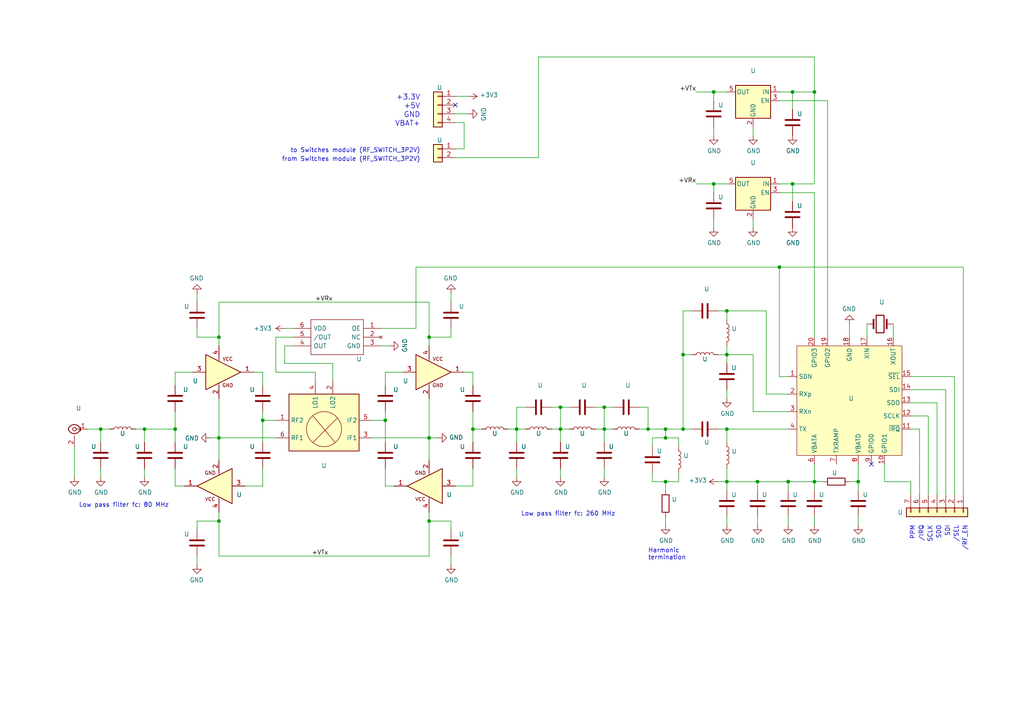
<source format=kicad_sch>
(kicad_sch (version 20220404) (generator eeschema)
  (paper "A4")
  (lib_symbols
    (symbol "RCTX-rescue:Conn_01x02-conn" (pin_names (offset 1.016) hide)
      (property "Reference" "J" (at 0 2.54 0))
      (property "Value" "Conn_01x02-conn" (at 0 -5.08 0))
      (symbol "Conn_01x02-conn_1_1"
        (rectangle (start -1.27 -2.413) (end 0 -2.667) (stroke (width 0.1524)))
        (rectangle (start -1.27 0.127) (end 0 -0.127) (stroke (width 0.1524)))
        (rectangle (start -1.27 1.27) (end 1.27 -3.81) (stroke (width 0.254)) (fill (type background)))
        (pin passive line (at -5.08 0 0) (length 3.81) (name "Pin_1") (number "1"))
        (pin passive line (at -5.08 -2.54 0) (length 3.81) (name "Pin_2") (number "2"))
      )
    )
    (symbol "RCTX-rescue:Conn_01x04-conn" (pin_names (offset 1.016) hide)
      (property "Reference" "J" (at 0 5.08 0))
      (property "Value" "Conn_01x04-conn" (at 0 -7.62 0))
      (symbol "Conn_01x04-conn_1_1"
        (rectangle (start -1.27 -4.953) (end 0 -5.207) (stroke (width 0.1524)))
        (rectangle (start -1.27 -2.413) (end 0 -2.667) (stroke (width 0.1524)))
        (rectangle (start -1.27 0.127) (end 0 -0.127) (stroke (width 0.1524)))
        (rectangle (start -1.27 2.667) (end 0 2.413) (stroke (width 0.1524)))
        (rectangle (start -1.27 3.81) (end 1.27 -6.35) (stroke (width 0.254)) (fill (type background)))
        (pin passive line (at -5.08 2.54 0) (length 3.81) (name "Pin_1") (number "1"))
        (pin passive line (at -5.08 0 0) (length 3.81) (name "Pin_2") (number "2"))
        (pin passive line (at -5.08 -2.54 0) (length 3.81) (name "Pin_3") (number "3"))
        (pin passive line (at -5.08 -5.08 0) (length 3.81) (name "Pin_4") (number "4"))
      )
    )
    (symbol "RF:Si4464"
      (property "Reference" "U" (at 0 1.27 0))
      (property "Value" "RF_Si4464" (at 0 -1.27 0))
      (symbol "Si4464_0_1"
        (rectangle (start -15.24 16.51) (end 15.24 -15.24) (fill (type background)))
        (rectangle (start 20.32 -15.24) (end 20.32 -15.24))
      )
      (symbol "Si4464_1_1"
        (pin input line (at -17.78 7.62 0) (length 2.54) (name "SDN") (number "1"))
        (pin bidirectional line (at 10.16 -17.78 90) (length 2.54) (name "GPIO1") (number "10"))
        (pin open_collector line (at 17.78 -7.62 180) (length 2.54) (name "~{IRQ}") (number "11"))
        (pin input line (at 17.78 -3.81 180) (length 2.54) (name "SCLK") (number "12"))
        (pin output line (at 17.78 0 180) (length 2.54) (name "SDO") (number "13"))
        (pin input line (at 17.78 3.81 180) (length 2.54) (name "SDI") (number "14"))
        (pin input line (at 17.78 7.62 180) (length 2.54) (name "~{SEL}") (number "15"))
        (pin passive line (at 12.7 19.05 270) (length 2.54) (name "XOUT") (number "16"))
        (pin input line (at 5.08 19.05 270) (length 2.54) (name "XIN") (number "17"))
        (pin power_in line (at 0 19.05 270) (length 2.54) (name "GND") (number "18"))
        (pin bidirectional line (at -6.35 19.05 270) (length 2.54) (name "GPIO2") (number "19"))
        (pin input line (at -17.78 2.54 0) (length 2.54) (name "RXp") (number "2"))
        (pin bidirectional line (at -10.16 19.05 270) (length 2.54) (name "GPIO3") (number "20"))
        (pin power_in line (at 0 19.05 270) (length 2.54) hide (name "GND") (number "21"))
        (pin input line (at -17.78 -2.54 0) (length 2.54) (name "RXn") (number "3"))
        (pin output line (at -17.78 -7.62 0) (length 2.54) (name "TX") (number "4"))
        (pin no_connect line (at -17.78 -12.7 0) (length 2.54) hide (name "NC") (number "5"))
        (pin power_in line (at -10.16 -17.78 90) (length 2.54) (name "VBATA") (number "6"))
        (pin output line (at -3.81 -17.78 90) (length 2.54) (name "TXRAMP") (number "7"))
        (pin power_in line (at 2.54 -17.78 90) (length 2.54) (name "VBATD") (number "8"))
        (pin bidirectional line (at 6.35 -17.78 90) (length 2.54) (name "GPIO0") (number "9"))
      )
    )
    (symbol "RF_Mixer:ADE-1+"
      (property "Reference" "U" (at -8.89 7.62 0))
      (property "Value" "RF_Mixer_ADE-1+" (at 6.35 7.62 0))
      (symbol "ADE-1+_0_1"
        (rectangle (start -10.16 6.35) (end 10.16 -10.16) (stroke (width 0.254)) (fill (type background)))
        (polyline (pts (xy -3.175 -3.81) (xy 3.175 3.81)))
        (polyline (pts (xy 3.81 -3.175) (xy -3.175 3.81)))
        (circle (center 0 0) (radius 5.08))
      )
      (symbol "ADE-1+_1_1"
        (pin bidirectional line (at -13.97 -2.54 0) (length 3.81) (name "RF2") (number "1"))
        (pin bidirectional line (at 2.54 -13.97 90) (length 3.81) (name "LO2") (number "2"))
        (pin input line (at 13.97 2.54 180) (length 3.81) (name "IF1") (number "3"))
        (pin bidirectional line (at -2.54 -13.97 90) (length 3.81) (name "LO1") (number "4"))
        (pin bidirectional line (at 13.97 -2.54 180) (length 3.81) (name "IF2") (number "5"))
        (pin bidirectional line (at -13.97 2.54 0) (length 3.81) (name "RF1") (number "6"))
      )
    )
    (symbol "Si500D:Si500D" (pin_names (offset 0.762))
      (property "Reference" "Y" (at -1.27 6.35 0))
      (property "Value" "Si500D_Si500D" (at -2.54 -6.35 0))
      (symbol "Si500D_0_0"
        (pin passive line (at -12.7 2.54 0) (length 5.08) (name "OE") (number "1"))
        (pin no_connect line (at -12.7 0 0) (length 5.08) (name "NC") (number "2"))
        (pin passive line (at -12.7 -2.54 0) (length 5.08) (name "GND") (number "3"))
        (pin passive line (at 12.7 -2.54 180) (length 5.08) (name "OUT") (number "4"))
        (pin passive line (at 12.7 0 180) (length 5.08) (name "/OUT") (number "5"))
        (pin passive line (at 12.7 2.54 180) (length 5.08) (name "VDD") (number "6"))
      )
      (symbol "Si500D_0_1"
        (polyline (pts (xy -7.62 5.08) (xy 7.62 5.08) (xy 7.62 -5.08) (xy -7.62 -5.08) (xy -7.62 5.08)) (stroke (width 0.1524)))
      )
    )
    (symbol "conn:Conn_01x07" (pin_names (offset 1.016) hide)
      (property "Reference" "J" (at 0 10.16 0))
      (property "Value" "conn_Conn_01x07" (at 0 -10.16 0))
      (symbol "Conn_01x07_1_1"
        (rectangle (start -1.27 -7.493) (end 0 -7.747) (stroke (width 0.1524)))
        (rectangle (start -1.27 -4.953) (end 0 -5.207) (stroke (width 0.1524)))
        (rectangle (start -1.27 -2.413) (end 0 -2.667) (stroke (width 0.1524)))
        (rectangle (start -1.27 0.127) (end 0 -0.127) (stroke (width 0.1524)))
        (rectangle (start -1.27 2.667) (end 0 2.413) (stroke (width 0.1524)))
        (rectangle (start -1.27 5.207) (end 0 4.953) (stroke (width 0.1524)))
        (rectangle (start -1.27 7.747) (end 0 7.493) (stroke (width 0.1524)))
        (rectangle (start -1.27 8.89) (end 1.27 -8.89) (stroke (width 0.254)) (fill (type background)))
        (pin passive line (at -5.08 7.62 0) (length 3.81) (name "Pin_1") (number "1"))
        (pin passive line (at -5.08 5.08 0) (length 3.81) (name "Pin_2") (number "2"))
        (pin passive line (at -5.08 2.54 0) (length 3.81) (name "Pin_3") (number "3"))
        (pin passive line (at -5.08 0 0) (length 3.81) (name "Pin_4") (number "4"))
        (pin passive line (at -5.08 -2.54 0) (length 3.81) (name "Pin_5") (number "5"))
        (pin passive line (at -5.08 -5.08 0) (length 3.81) (name "Pin_6") (number "6"))
        (pin passive line (at -5.08 -7.62 0) (length 3.81) (name "Pin_7") (number "7"))
      )
    )
    (symbol "conn:Conn_Coaxial" (pin_names (offset 1.016) hide)
      (property "Reference" "J" (at 0.254 3.048 0))
      (property "Value" "conn_Conn_Coaxial" (at 2.921 0 90))
      (symbol "Conn_Coaxial_0_1"
        (arc (start -1.778 0.508) (mid -0.3074 -1.782) (end 1.778 0) (stroke (width 0.254)))
        (polyline (pts (xy -1.27 0) (xy -0.508 0)))
        (polyline (pts (xy 0 -2.54) (xy 0 -1.778)))
        (circle (center 0 0) (radius 0.508) (stroke (width 0.2032)))
        (arc (start 1.778 0) (mid -0.2789 1.7855) (end -1.778 -0.508) (stroke (width 0.254)))
      )
      (symbol "Conn_Coaxial_1_1"
        (pin passive line (at -3.81 0 0) (length 2.54) (name "In") (number "1"))
        (pin passive line (at 0 -5.08 90) (length 2.54) (name "Ext") (number "2"))
      )
    )
    (symbol "device:C" (pin_numbers hide) (pin_names (offset 0.254))
      (property "Reference" "C" (at 0.635 2.54 0))
      (property "Value" "device_C" (at 0.635 -2.54 0))
      (symbol "C_0_1"
        (polyline (pts (xy -2.032 -0.762) (xy 2.032 -0.762)) (stroke (width 0.508)))
        (polyline (pts (xy -2.032 0.762) (xy 2.032 0.762)) (stroke (width 0.508)))
      )
      (symbol "C_1_1"
        (pin passive line (at 0 3.81 270) (length 2.794) (name "~") (number "1"))
        (pin passive line (at 0 -3.81 90) (length 2.794) (name "~") (number "2"))
      )
    )
    (symbol "device:Crystal" (pin_numbers hide) (pin_names (offset 1.016) hide)
      (property "Reference" "Y" (at 0 3.81 0))
      (property "Value" "device_Crystal" (at 0 -3.81 0))
      (symbol "Crystal_0_1"
        (rectangle (start -1.143 2.54) (end 1.143 -2.54) (stroke (width 0.3048)))
        (polyline (pts (xy -2.54 0) (xy -1.905 0)))
        (polyline (pts (xy -1.905 -1.27) (xy -1.905 1.27)) (stroke (width 0.508)))
        (polyline (pts (xy 1.905 -1.27) (xy 1.905 1.27)) (stroke (width 0.508)))
        (polyline (pts (xy 2.54 0) (xy 1.905 0)))
      )
      (symbol "Crystal_1_1"
        (pin passive line (at -3.81 0 0) (length 1.27) (name "1") (number "1"))
        (pin passive line (at 3.81 0 180) (length 1.27) (name "2") (number "2"))
      )
    )
    (symbol "device:L" (pin_numbers hide) (pin_names (offset 1.016) hide)
      (property "Reference" "L" (at -1.27 0 90))
      (property "Value" "device_L" (at 1.905 0 90))
      (symbol "L_0_1"
        (arc (start 0 -2.54) (mid 0.6323 -1.905) (end 0 -1.27))
        (arc (start 0 -1.27) (mid 0.6323 -0.635) (end 0 0))
        (arc (start 0 0) (mid 0.6323 0.635) (end 0 1.27))
        (arc (start 0 1.27) (mid 0.6323 1.905) (end 0 2.54))
      )
      (symbol "L_1_1"
        (pin passive line (at 0 3.81 270) (length 1.27) (name "1") (number "1"))
        (pin passive line (at 0 -3.81 90) (length 1.27) (name "2") (number "2"))
      )
    )
    (symbol "device:R" (pin_numbers hide) (pin_names (offset 0))
      (property "Reference" "R" (at 2.032 0 90))
      (property "Value" "device_R" (at 0 0 90))
      (symbol "R_0_1"
        (rectangle (start -1.016 -2.54) (end 1.016 2.54) (stroke (width 0.254)))
      )
      (symbol "R_1_1"
        (pin passive line (at 0 3.81 270) (length 1.27) (name "~") (number "1"))
        (pin passive line (at 0 -3.81 90) (length 1.27) (name "~") (number "2"))
      )
    )
    (symbol "maxim_1:MAX2650" (pin_names (offset 1.016))
      (property "Reference" "U" (at 0 12.7 0))
      (property "Value" "maxim_1_MAX2650" (at 0 10.16 0))
      (symbol "MAX2650_0_0"
        (text "GND" (at 2.54 -3.81 0) (effects (font (size 1.016 1.016))))
        (text "VCC" (at 2.54 3.81 0) (effects (font (size 1.016 1.016))))
      )
      (symbol "MAX2650_0_1"
        (polyline (pts (xy 0 -3.81) (xy 0 -3.175)))
        (polyline (pts (xy 0 3.81) (xy 0 3.175)))
      )
      (symbol "MAX2650_1_1"
        (polyline (pts (xy -3.81 5.08) (xy -3.81 -5.08) (xy 6.35 0) (xy -3.81 5.08)) (stroke (width 0.254)) (fill (type background)))
        (pin input line (at 10.16 0 180) (length 3.81) (name "OUT") (number "1"))
        (pin power_in line (at 0 -7.62 90) (length 3.81) (name "GND") (number "2"))
        (pin input line (at -7.62 0 0) (length 3.81) (name "IN") (number "3"))
        (pin power_in line (at 0 7.62 270) (length 3.81) (name "VCC") (number "4"))
      )
    )
    (symbol "power:+3.3V" (power) (pin_names (offset 0))
      (property "Value" "power_+3.3V" (at 0 3.556 0))
      (symbol "+3.3V_0_1"
        (polyline (pts (xy -0.762 1.27) (xy 0 2.54)))
        (polyline (pts (xy 0 0) (xy 0 2.54)))
        (polyline (pts (xy 0 2.54) (xy 0.762 1.27)))
      )
      (symbol "+3.3V_1_1"
        (pin power_in line (at 0 0 90) (length 0) hide (name "+3V3") (number "1"))
      )
    )
    (symbol "power:GND" (power) (pin_names (offset 0))
      (property "Value" "power_GND" (at 0 -3.81 0))
      (symbol "GND_0_1"
        (polyline (pts (xy 0 0) (xy 0 -1.27) (xy 1.27 -1.27) (xy 0 -2.54) (xy -1.27 -1.27) (xy 0 -1.27)))
      )
      (symbol "GND_1_1"
        (pin power_in line (at 0 0 270) (length 0) hide (name "GND") (number "1"))
      )
    )
    (symbol "regul:TLV70245_SOT23-5" (pin_names (offset 0.254))
      (property "Reference" "U" (at -3.81 5.715 0))
      (property "Value" "regul_TLV70245_SOT23-5" (at 0 5.715 0))
      (symbol "TLV70245_SOT23-5_0_1"
        (rectangle (start -5.08 4.445) (end 5.08 -5.08) (stroke (width 0.254)) (fill (type background)))
      )
      (symbol "TLV70245_SOT23-5_1_1"
        (pin power_in line (at -7.62 2.54 0) (length 2.54) (name "IN") (number "1"))
        (pin power_in line (at 0 -7.62 90) (length 2.54) (name "GND") (number "2"))
        (pin input line (at -7.62 0 0) (length 2.54) (name "EN") (number "3"))
        (pin no_connect line (at 7.62 0 180) (length 2.54) hide (name "NC") (number "4"))
        (pin power_out line (at 7.62 2.54 180) (length 2.54) (name "OUT") (number "5"))
      )
    )
  )
  (junction (at 229.87 53.34))
  (junction (at 162.56 124.46))
  (junction (at 210.82 102.87))
  (junction (at 207.01 26.67))
  (junction (at 248.92 139.7))
  (junction (at 210.82 90.17))
  (junction (at 76.2 121.92))
  (junction (at 63.5 127))
  (junction (at 198.12 102.87))
  (junction (at 187.96 124.46))
  (junction (at 41.91 124.46))
  (junction (at 236.22 139.7))
  (junction (at 63.5 151.13))
  (junction (at 193.04 139.7))
  (junction (at 229.87 26.67))
  (junction (at 210.82 124.46))
  (junction (at 193.04 127))
  (junction (at 175.26 118.11))
  (junction (at 137.16 124.46))
  (junction (at 236.22 26.67))
  (junction (at 193.04 124.46))
  (junction (at 111.76 121.92))
  (junction (at 149.86 124.46))
  (junction (at 124.46 151.13))
  (junction (at 207.01 53.34))
  (junction (at 29.21 124.46))
  (junction (at 198.12 124.46))
  (junction (at 162.56 118.11))
  (junction (at 226.06 77.47))
  (junction (at 124.46 97.79))
  (junction (at 124.46 127))
  (junction (at 175.26 124.46))
  (junction (at 50.8 124.46))
  (junction (at 228.6 139.7))
  (junction (at 219.71 139.7))
  (junction (at 63.5 97.79))
  (junction (at 210.82 139.7))
  (no_connect (at 252.73 134.62))
  (no_connect (at 132.08 30.48))
  (wire (pts (xy 132.08 33.02) (xy 135.89 33.02)))
  (wire (pts (xy 226.06 55.88) (xy 236.22 55.88)))
  (wire (pts (xy 264.16 143.51) (xy 264.16 139.7)))
  (wire (pts (xy 124.46 151.13) (xy 124.46 161.29)))
  (wire (pts (xy 63.5 115.57) (xy 63.5 127)))
  (wire (pts (xy 85.09 95.25) (xy 82.55 95.25)))
  (wire (pts (xy 207.01 53.34) (xy 201.93 53.34)))
  (wire (pts (xy 41.91 135.89) (xy 41.91 138.43)))
  (wire (pts (xy 124.46 127) (xy 124.46 133.35)))
  (wire (pts (xy 210.82 90.17) (xy 208.28 90.17)))
  (wire (pts (xy 207.01 29.21) (xy 207.01 26.67)))
  (wire (pts (xy 21.59 138.43) (xy 21.59 129.54)))
  (wire (pts (xy 266.7 143.51) (xy 266.7 124.46)))
  (wire (pts (xy 63.5 87.63) (xy 63.5 97.79)))
  (wire (pts (xy 210.82 100.33) (xy 210.82 102.87)))
  (wire (pts (xy 185.42 118.11) (xy 187.96 118.11)))
  (wire (pts (xy 226.06 77.47) (xy 226.06 109.22)))
  (wire (pts (xy 76.2 107.95) (xy 76.2 111.76)))
  (wire (pts (xy 132.08 140.97) (xy 137.16 140.97)))
  (wire (pts (xy 165.1 124.46) (xy 162.56 124.46)))
  (wire (pts (xy 41.91 124.46) (xy 50.8 124.46)))
  (wire (pts (xy 236.22 55.88) (xy 236.22 97.79)))
  (wire (pts (xy 189.23 139.7) (xy 193.04 139.7)))
  (wire (pts (xy 210.82 135.89) (xy 210.82 139.7)))
  (wire (pts (xy 63.5 97.79) (xy 57.15 97.79)))
  (wire (pts (xy 229.87 26.67) (xy 236.22 26.67)))
  (wire (pts (xy 269.24 143.51) (xy 269.24 120.65)))
  (wire (pts (xy 246.38 139.7) (xy 248.92 139.7)))
  (wire (pts (xy 124.46 127) (xy 127 127)))
  (wire (pts (xy 187.96 124.46) (xy 193.04 124.46)))
  (wire (pts (xy 156.21 16.51) (xy 236.22 16.51)))
  (wire (pts (xy 236.22 26.67) (xy 236.22 53.34)))
  (wire (pts (xy 130.81 163.83) (xy 130.81 161.29)))
  (wire (pts (xy 276.86 143.51) (xy 276.86 109.22)))
  (wire (pts (xy 80.01 121.92) (xy 76.2 121.92)))
  (wire (pts (xy 50.8 107.95) (xy 50.8 111.76)))
  (wire (pts (xy 208.28 124.46) (xy 210.82 124.46)))
  (wire (pts (xy 162.56 124.46) (xy 160.02 124.46)))
  (wire (pts (xy 222.25 90.17) (xy 222.25 114.3)))
  (wire (pts (xy 226.06 77.47) (xy 120.65 77.47)))
  (wire (pts (xy 29.21 124.46) (xy 29.21 128.27)))
  (wire (pts (xy 124.46 148.59) (xy 124.46 151.13)))
  (wire (pts (xy 228.6 139.7) (xy 219.71 139.7)))
  (wire (pts (xy 50.8 135.89) (xy 50.8 140.97)))
  (wire (pts (xy 276.86 109.22) (xy 264.16 109.22)))
  (wire (pts (xy 139.7 124.46) (xy 137.16 124.46)))
  (wire (pts (xy 50.8 124.46) (xy 50.8 128.27)))
  (wire (pts (xy 193.04 142.24) (xy 193.04 139.7)))
  (wire (pts (xy 259.08 93.98) (xy 259.08 97.79)))
  (wire (pts (xy 198.12 124.46) (xy 200.66 124.46)))
  (wire (pts (xy 175.26 128.27) (xy 175.26 124.46)))
  (wire (pts (xy 124.46 97.79) (xy 124.46 100.33)))
  (wire (pts (xy 198.12 124.46) (xy 198.12 102.87)))
  (wire (pts (xy 210.82 102.87) (xy 210.82 105.41)))
  (wire (pts (xy 110.49 100.33) (xy 113.03 100.33)))
  (wire (pts (xy 236.22 139.7) (xy 228.6 139.7)))
  (wire (pts (xy 256.54 134.62) (xy 256.54 139.7)))
  (wire (pts (xy 160.02 118.11) (xy 162.56 118.11)))
  (wire (pts (xy 162.56 118.11) (xy 165.1 118.11)))
  (wire (pts (xy 274.32 113.03) (xy 264.16 113.03)))
  (wire (pts (xy 218.44 36.83) (xy 218.44 39.37)))
  (wire (pts (xy 31.75 124.46) (xy 29.21 124.46)))
  (wire (pts (xy 279.4 77.47) (xy 279.4 143.51)))
  (wire (pts (xy 226.06 26.67) (xy 229.87 26.67)))
  (wire (pts (xy 63.5 161.29) (xy 63.5 151.13)))
  (wire (pts (xy 137.16 140.97) (xy 137.16 135.89)))
  (wire (pts (xy 149.86 124.46) (xy 147.32 124.46)))
  (wire (pts (xy 107.95 127) (xy 124.46 127)))
  (wire (pts (xy 124.46 87.63) (xy 124.46 97.79)))
  (wire (pts (xy 218.44 119.38) (xy 218.44 102.87)))
  (wire (pts (xy 116.84 107.95) (xy 111.76 107.95)))
  (wire (pts (xy 85.09 97.79) (xy 80.01 97.79)))
  (wire (pts (xy 114.3 140.97) (xy 111.76 140.97)))
  (wire (pts (xy 96.52 105.41) (xy 96.52 110.49)))
  (wire (pts (xy 226.06 53.34) (xy 229.87 53.34)))
  (wire (pts (xy 120.65 95.25) (xy 110.49 95.25)))
  (wire (pts (xy 251.46 93.98) (xy 251.46 97.79)))
  (wire (pts (xy 228.6 119.38) (xy 218.44 119.38)))
  (wire (pts (xy 130.81 151.13) (xy 130.81 153.67)))
  (wire (pts (xy 137.16 119.38) (xy 137.16 124.46)))
  (wire (pts (xy 177.8 124.46) (xy 175.26 124.46)))
  (wire (pts (xy 124.46 115.57) (xy 124.46 127)))
  (wire (pts (xy 57.15 87.63) (xy 57.15 85.09)))
  (wire (pts (xy 80.01 107.95) (xy 80.01 97.79)))
  (wire (pts (xy 63.5 87.63) (xy 124.46 87.63)))
  (wire (pts (xy 135.89 27.94) (xy 132.08 27.94)))
  (wire (pts (xy 229.87 58.42) (xy 229.87 53.34)))
  (wire (pts (xy 71.12 140.97) (xy 76.2 140.97)))
  (wire (pts (xy 80.01 107.95) (xy 91.44 107.95)))
  (wire (pts (xy 210.82 139.7) (xy 210.82 142.24)))
  (wire (pts (xy 137.16 107.95) (xy 137.16 111.76)))
  (wire (pts (xy 207.01 36.83) (xy 207.01 39.37)))
  (wire (pts (xy 210.82 92.71) (xy 210.82 90.17)))
  (wire (pts (xy 152.4 124.46) (xy 149.86 124.46)))
  (wire (pts (xy 149.86 128.27) (xy 149.86 124.46)))
  (wire (pts (xy 189.23 137.16) (xy 189.23 139.7)))
  (wire (pts (xy 82.55 105.41) (xy 96.52 105.41)))
  (wire (pts (xy 172.72 118.11) (xy 175.26 118.11)))
  (wire (pts (xy 134.62 35.56) (xy 134.62 43.18)))
  (wire (pts (xy 210.82 149.86) (xy 210.82 152.4)))
  (wire (pts (xy 193.04 149.86) (xy 193.04 152.4)))
  (wire (pts (xy 50.8 107.95) (xy 55.88 107.95)))
  (wire (pts (xy 236.22 152.4) (xy 236.22 149.86)))
  (wire (pts (xy 111.76 121.92) (xy 111.76 128.27)))
  (wire (pts (xy 222.25 114.3) (xy 228.6 114.3)))
  (wire (pts (xy 50.8 140.97) (xy 53.34 140.97)))
  (wire (pts (xy 193.04 127) (xy 193.04 124.46)))
  (wire (pts (xy 196.85 139.7) (xy 196.85 137.16)))
  (wire (pts (xy 82.55 100.33) (xy 82.55 105.41)))
  (wire (pts (xy 120.65 77.47) (xy 120.65 95.25)))
  (wire (pts (xy 57.15 97.79) (xy 57.15 95.25)))
  (wire (pts (xy 248.92 134.62) (xy 248.92 139.7)))
  (wire (pts (xy 162.56 128.27) (xy 162.56 124.46)))
  (wire (pts (xy 228.6 152.4) (xy 228.6 149.86)))
  (wire (pts (xy 187.96 118.11) (xy 187.96 124.46)))
  (wire (pts (xy 63.5 127) (xy 80.01 127)))
  (wire (pts (xy 271.78 143.51) (xy 271.78 116.84)))
  (wire (pts (xy 130.81 87.63) (xy 130.81 85.09)))
  (wire (pts (xy 175.26 124.46) (xy 175.26 118.11)))
  (wire (pts (xy 218.44 102.87) (xy 210.82 102.87)))
  (wire (pts (xy 162.56 124.46) (xy 162.56 118.11)))
  (wire (pts (xy 85.09 100.33) (xy 82.55 100.33)))
  (wire (pts (xy 189.23 127) (xy 193.04 127)))
  (wire (pts (xy 25.4 124.46) (xy 29.21 124.46)))
  (wire (pts (xy 240.03 29.21) (xy 240.03 97.79)))
  (wire (pts (xy 63.5 97.79) (xy 63.5 100.33)))
  (wire (pts (xy 193.04 127) (xy 196.85 127)))
  (wire (pts (xy 196.85 127) (xy 196.85 129.54)))
  (wire (pts (xy 91.44 107.95) (xy 91.44 110.49)))
  (wire (pts (xy 175.26 118.11) (xy 177.8 118.11)))
  (wire (pts (xy 228.6 109.22) (xy 226.06 109.22)))
  (wire (pts (xy 207.01 63.5) (xy 207.01 66.04)))
  (wire (pts (xy 175.26 135.89) (xy 175.26 138.43)))
  (wire (pts (xy 57.15 163.83) (xy 57.15 161.29)))
  (wire (pts (xy 198.12 124.46) (xy 193.04 124.46)))
  (wire (pts (xy 236.22 16.51) (xy 236.22 26.67)))
  (wire (pts (xy 236.22 139.7) (xy 238.76 139.7)))
  (wire (pts (xy 208.28 139.7) (xy 210.82 139.7)))
  (wire (pts (xy 111.76 107.95) (xy 111.76 111.76)))
  (wire (pts (xy 187.96 124.46) (xy 185.42 124.46)))
  (wire (pts (xy 134.62 43.18) (xy 132.08 43.18)))
  (wire (pts (xy 76.2 140.97) (xy 76.2 135.89)))
  (wire (pts (xy 236.22 142.24) (xy 236.22 139.7)))
  (wire (pts (xy 210.82 113.03) (xy 210.82 115.57)))
  (wire (pts (xy 124.46 97.79) (xy 130.81 97.79)))
  (wire (pts (xy 228.6 142.24) (xy 228.6 139.7)))
  (wire (pts (xy 210.82 124.46) (xy 210.82 128.27)))
  (wire (pts (xy 63.5 151.13) (xy 57.15 151.13)))
  (wire (pts (xy 156.21 45.72) (xy 156.21 16.51)))
  (wire (pts (xy 207.01 26.67) (xy 201.93 26.67)))
  (wire (pts (xy 248.92 142.24) (xy 248.92 139.7)))
  (wire (pts (xy 198.12 102.87) (xy 200.66 102.87)))
  (wire (pts (xy 63.5 161.29) (xy 124.46 161.29)))
  (wire (pts (xy 132.08 45.72) (xy 156.21 45.72)))
  (wire (pts (xy 60.96 127) (xy 63.5 127)))
  (wire (pts (xy 266.7 124.46) (xy 264.16 124.46)))
  (wire (pts (xy 130.81 97.79) (xy 130.81 95.25)))
  (wire (pts (xy 198.12 90.17) (xy 200.66 90.17)))
  (wire (pts (xy 149.86 118.11) (xy 152.4 118.11)))
  (wire (pts (xy 198.12 102.87) (xy 198.12 90.17)))
  (wire (pts (xy 222.25 90.17) (xy 210.82 90.17)))
  (wire (pts (xy 248.92 152.4) (xy 248.92 149.86)))
  (wire (pts (xy 29.21 135.89) (xy 29.21 138.43)))
  (wire (pts (xy 193.04 139.7) (xy 196.85 139.7)))
  (wire (pts (xy 111.76 119.38) (xy 111.76 121.92)))
  (wire (pts (xy 149.86 124.46) (xy 149.86 118.11)))
  (wire (pts (xy 50.8 119.38) (xy 50.8 124.46)))
  (wire (pts (xy 246.38 93.98) (xy 246.38 97.79)))
  (wire (pts (xy 271.78 116.84) (xy 264.16 116.84)))
  (wire (pts (xy 76.2 121.92) (xy 76.2 128.27)))
  (wire (pts (xy 264.16 139.7) (xy 256.54 139.7)))
  (wire (pts (xy 219.71 142.24) (xy 219.71 139.7)))
  (wire (pts (xy 57.15 151.13) (xy 57.15 153.67)))
  (wire (pts (xy 41.91 124.46) (xy 41.91 128.27)))
  (wire (pts (xy 236.22 139.7) (xy 236.22 134.62)))
  (wire (pts (xy 63.5 127) (xy 63.5 133.35)))
  (wire (pts (xy 162.56 135.89) (xy 162.56 138.43)))
  (wire (pts (xy 210.82 102.87) (xy 208.28 102.87)))
  (wire (pts (xy 137.16 107.95) (xy 134.62 107.95)))
  (wire (pts (xy 149.86 135.89) (xy 149.86 138.43)))
  (wire (pts (xy 39.37 124.46) (xy 41.91 124.46)))
  (wire (pts (xy 219.71 152.4) (xy 219.71 149.86)))
  (wire (pts (xy 63.5 151.13) (xy 63.5 148.59)))
  (wire (pts (xy 218.44 63.5) (xy 218.44 66.04)))
  (wire (pts (xy 189.23 129.54) (xy 189.23 127)))
  (wire (pts (xy 207.01 55.88) (xy 207.01 53.34)))
  (wire (pts (xy 111.76 140.97) (xy 111.76 135.89)))
  (wire (pts (xy 219.71 139.7) (xy 210.82 139.7)))
  (wire (pts (xy 274.32 143.51) (xy 274.32 113.03)))
  (wire (pts (xy 132.08 35.56) (xy 134.62 35.56)))
  (wire (pts (xy 76.2 107.95) (xy 73.66 107.95)))
  (wire (pts (xy 229.87 53.34) (xy 236.22 53.34)))
  (wire (pts (xy 226.06 29.21) (xy 240.03 29.21)))
  (wire (pts (xy 107.95 121.92) (xy 111.76 121.92)))
  (wire (pts (xy 124.46 151.13) (xy 130.81 151.13)))
  (wire (pts (xy 175.26 124.46) (xy 172.72 124.46)))
  (wire (pts (xy 228.6 124.46) (xy 210.82 124.46)))
  (wire (pts (xy 269.24 120.65) (xy 264.16 120.65)))
  (wire (pts (xy 137.16 124.46) (xy 137.16 128.27)))
  (wire (pts (xy 210.82 53.34) (xy 207.01 53.34)))
  (wire (pts (xy 226.06 77.47) (xy 279.4 77.47)))
  (wire (pts (xy 229.87 31.75) (xy 229.87 26.67)))
  (wire (pts (xy 210.82 26.67) (xy 207.01 26.67)))
  (wire (pts (xy 76.2 119.38) (xy 76.2 121.92)))
  (text "SDI" (at 275.59 152.4 90) (effects (font (size 1.27 1.27)) (justify right bottom)))
  (text "PPM" (at 265.43 152.4 90) (effects (font (size 1.27 1.27)) (justify right bottom)))
  (text "+5V" (at 121.92 31.75 0) (effects (font (size 1.524 1.524)) (justify right bottom)))
  (text "SDO" (at 273.05 152.4 90) (effects (font (size 1.27 1.27)) (justify right bottom)))
  (text "/IRQ" (at 267.97 152.4 90) (effects (font (size 1.27 1.27)) (justify right bottom)))
  (text "/SEL" (at 278.13 152.4 90) (effects (font (size 1.27 1.27)) (justify right bottom)))
  (text "SCLK" (at 270.51 152.4 90) (effects (font (size 1.27 1.27)) (justify right bottom)))
  (text "Low pass filter fc: 260 MHz" (at 151.13 149.86 0) (effects (font (size 1.27 1.27)) (justify left bottom)))
  (text "+3.3V" (at 121.92 29.21 0) (effects (font (size 1.524 1.524)) (justify right bottom)))
  (text "/RF_EN" (at 280.67 152.4 90) (effects (font (size 1.27 1.27)) (justify right bottom)))
  (text "VBAT+" (at 121.92 36.83 0) (effects (font (size 1.524 1.524)) (justify right bottom)))
  (text "GND" (at 121.92 34.29 0) (effects (font (size 1.524 1.524)) (justify right bottom)))
  (text "to Switches module (RF_SWITCH_3P2V)" (at 121.92 44.45 0) (effects (font (size 1.27 1.27)) (justify right bottom)))
  (text "Harmonic\ntermination" (at 187.96 162.56 0) (effects (font (size 1.27 1.27)) (justify left bottom)))
  (text "Low pass filter fc: 80 MHz" (at 22.86 147.32 0) (effects (font (size 1.27 1.27)) (justify left bottom)))
  (text "from Switches module (RF_SWITCH_3P2V)" (at 121.92 46.99 0) (effects (font (size 1.27 1.27)) (justify right bottom)))
  (label "+VRx" (at 96.52 87.63 0))
  (label "+VTx" (at 95.25 161.29 0))
  (label "+VRx" (at 201.93 53.34 0))
  (label "+VTx" (at 201.93 26.67 0))
  (symbol (lib_id "RF:Si4464") (at 246.38 116.84 0) (unit 1)
    (default_instance (reference "U") (unit 1) (value "") (footprint ""))
    (property "Reference" "U" (at 247.65 115.57 0) (effects (justify right)))
    (property "Datasheet" "https://www.silabs.com/documents/public/data-sheets/Si4464-63-61-60.pdf" (effects hide))
  )
  (symbol (lib_id "device:R") (at 242.57 139.7 270) (unit 1)
    (default_instance (reference "U") (unit 1) (value "") (footprint ""))
    (property "Reference" "U" (at 241.3 137.16 90) (effects (justify left)))
  )
  (symbol (lib_id "device:C") (at 248.92 146.05 0) (unit 1)
    (default_instance (reference "U") (unit 1) (value "") (footprint ""))
    (property "Reference" "U" (at 250.19 143.51 0) (effects (justify left)))
  )
  (symbol (lib_id "power:GND") (at 248.92 152.4 0) (unit 1)
    (default_instance (reference "U") (unit 1) (value "") (footprint ""))
    (property "Reference" "U" (effects hide))
  )
  (symbol (lib_id "device:C") (at 236.22 146.05 0) (unit 1)
    (default_instance (reference "U") (unit 1) (value "") (footprint ""))
    (property "Reference" "U" (at 237.49 143.51 0) (effects (justify left)))
  )
  (symbol (lib_id "power:GND") (at 236.22 152.4 0) (unit 1)
    (default_instance (reference "U") (unit 1) (value "") (footprint ""))
    (property "Reference" "U" (effects hide))
  )
  (symbol (lib_id "power:GND") (at 246.38 93.98 180) (unit 1)
    (default_instance (reference "U") (unit 1) (value "") (footprint ""))
    (property "Reference" "U" (effects hide))
  )
  (symbol (lib_id "power:+3.3V") (at 208.28 139.7 90) (unit 1)
    (default_instance (reference "U") (unit 1) (value "") (footprint ""))
    (property "Reference" "U" (effects hide))
  )
  (symbol (lib_id "device:C") (at 210.82 146.05 0) (unit 1)
    (default_instance (reference "U") (unit 1) (value "") (footprint ""))
    (property "Reference" "U" (at 212.09 143.51 0) (effects (justify left)))
  )
  (symbol (lib_id "device:C") (at 219.71 146.05 0) (unit 1)
    (default_instance (reference "U") (unit 1) (value "") (footprint ""))
    (property "Reference" "U" (at 220.98 143.51 0) (effects (justify left)))
  )
  (symbol (lib_id "device:C") (at 228.6 146.05 0) (unit 1)
    (default_instance (reference "U") (unit 1) (value "") (footprint ""))
    (property "Reference" "U" (at 229.87 143.51 0) (effects (justify left)))
  )
  (symbol (lib_id "power:GND") (at 228.6 152.4 0) (unit 1)
    (default_instance (reference "U") (unit 1) (value "") (footprint ""))
    (property "Reference" "U" (effects hide))
  )
  (symbol (lib_id "power:GND") (at 219.71 152.4 0) (unit 1)
    (default_instance (reference "U") (unit 1) (value "") (footprint ""))
    (property "Reference" "U" (effects hide))
  )
  (symbol (lib_id "power:GND") (at 210.82 152.4 0) (unit 1)
    (default_instance (reference "U") (unit 1) (value "") (footprint ""))
    (property "Reference" "U" (effects hide))
  )
  (symbol (lib_id "device:L") (at 210.82 132.08 0) (unit 1)
    (default_instance (reference "U") (unit 1) (value "") (footprint ""))
    (property "Reference" "U" (at 212.1662 130.9116 0) (effects (justify left)))
  )
  (symbol (lib_id "device:C") (at 210.82 109.22 0) (unit 1)
    (default_instance (reference "U") (unit 1) (value "") (footprint ""))
    (property "Reference" "U" (at 212.09 106.68 0) (effects (justify left)))
  )
  (symbol (lib_id "device:C") (at 204.47 90.17 90) (unit 1)
    (default_instance (reference "U") (unit 1) (value "") (footprint ""))
    (property "Reference" "U" (at 205.74 83.82 90) (effects (justify left)))
  )
  (symbol (lib_id "device:L") (at 210.82 96.52 0) (unit 1)
    (default_instance (reference "U") (unit 1) (value "") (footprint ""))
    (property "Reference" "U" (at 212.1662 95.3516 0) (effects (justify left)))
  )
  (symbol (lib_id "device:C") (at 204.47 124.46 90) (unit 1)
    (default_instance (reference "U") (unit 1) (value "") (footprint ""))
    (property "Reference" "U" (at 205.74 128.27 90) (effects (justify left)))
  )
  (symbol (lib_id "device:Crystal") (at 255.27 93.98 180) (unit 1)
    (default_instance (reference "U") (unit 1) (value "") (footprint ""))
    (property "Reference" "U" (at 256.54 87.63 0) (effects (justify left)))
  )
  (symbol (lib_id "power:GND") (at 210.82 115.57 0) (unit 1)
    (default_instance (reference "U") (unit 1) (value "") (footprint ""))
    (property "Reference" "U" (effects hide))
  )
  (symbol (lib_id "device:C") (at 189.23 133.35 0) (unit 1)
    (default_instance (reference "U") (unit 1) (value "") (footprint ""))
    (property "Reference" "U" (at 190.5 130.81 0) (effects (justify left)))
  )
  (symbol (lib_id "device:L") (at 181.61 124.46 90) (unit 1)
    (default_instance (reference "U") (unit 1) (value "") (footprint ""))
    (property "Reference" "U" (at 181.61 125.73 90))
  )
  (symbol (lib_id "device:C") (at 175.26 132.08 0) (unit 1)
    (default_instance (reference "U") (unit 1) (value "") (footprint ""))
    (property "Reference" "U" (at 176.53 129.54 0) (effects (justify left)))
  )
  (symbol (lib_id "power:GND") (at 193.04 152.4 0) (unit 1)
    (default_instance (reference "U") (unit 1) (value "") (footprint ""))
    (property "Reference" "U" (effects hide))
  )
  (symbol (lib_id "power:GND") (at 175.26 138.43 0) (unit 1)
    (default_instance (reference "U") (unit 1) (value "") (footprint ""))
    (property "Reference" "U" (effects hide))
  )
  (symbol (lib_id "device:L") (at 168.91 124.46 90) (unit 1)
    (default_instance (reference "U") (unit 1) (value "") (footprint ""))
    (property "Reference" "U" (at 168.91 125.73 90))
  )
  (symbol (lib_id "device:C") (at 137.16 132.08 0) (mirror x) (unit 1)
    (default_instance (reference "U") (unit 1) (value "") (footprint ""))
    (property "Reference" "U" (at 133.35 129.54 0) (effects (justify left)))
  )
  (symbol (lib_id "device:C") (at 137.16 115.57 0) (mirror x) (unit 1)
    (default_instance (reference "U") (unit 1) (value "") (footprint ""))
    (property "Reference" "U" (at 133.35 113.03 0) (effects (justify left)))
  )
  (symbol (lib_id "regul:TLV70245_SOT23-5") (at 218.44 29.21 0) (mirror y) (unit 1)
    (default_instance (reference "U") (unit 1) (value "") (footprint ""))
    (property "Reference" "U" (at 218.44 20.5232 0))
    (property "Datasheet" "http://www.ti.com/lit/ds/symlink/tlv702.pdf" (effects hide))
  )
  (symbol (lib_id "regul:TLV70245_SOT23-5") (at 218.44 55.88 0) (mirror y) (unit 1)
    (default_instance (reference "U") (unit 1) (value "") (footprint ""))
    (property "Reference" "U" (at 218.44 47.1932 0))
    (property "Datasheet" "http://www.ti.com/lit/ds/symlink/tlv702.pdf" (effects hide))
  )
  (symbol (lib_id "power:GND") (at 218.44 39.37 0) (unit 1)
    (default_instance (reference "U") (unit 1) (value "") (footprint ""))
    (property "Reference" "U" (effects hide))
  )
  (symbol (lib_id "power:GND") (at 218.44 66.04 0) (unit 1)
    (default_instance (reference "U") (unit 1) (value "") (footprint ""))
    (property "Reference" "U" (effects hide))
  )
  (symbol (lib_id "device:C") (at 229.87 35.56 0) (unit 1)
    (default_instance (reference "U") (unit 1) (value "") (footprint ""))
    (property "Reference" "U" (at 231.14 33.02 0) (effects (justify left)))
  )
  (symbol (lib_id "device:C") (at 229.87 62.23 0) (unit 1)
    (default_instance (reference "U") (unit 1) (value "") (footprint ""))
    (property "Reference" "U" (at 231.14 59.69 0) (effects (justify left)))
  )
  (symbol (lib_id "power:GND") (at 229.87 66.04 0) (unit 1)
    (default_instance (reference "U") (unit 1) (value "") (footprint ""))
    (property "Reference" "U" (effects hide))
  )
  (symbol (lib_id "power:GND") (at 229.87 39.37 0) (unit 1)
    (default_instance (reference "U") (unit 1) (value "") (footprint ""))
    (property "Reference" "U" (effects hide))
  )
  (symbol (lib_id "device:C") (at 207.01 33.02 0) (unit 1)
    (default_instance (reference "U") (unit 1) (value "") (footprint ""))
    (property "Reference" "U" (at 208.28 30.48 0) (effects (justify left)))
  )
  (symbol (lib_id "device:C") (at 207.01 59.69 0) (unit 1)
    (default_instance (reference "U") (unit 1) (value "") (footprint ""))
    (property "Reference" "U" (at 208.28 57.15 0) (effects (justify left)))
  )
  (symbol (lib_id "power:GND") (at 207.01 39.37 0) (unit 1)
    (default_instance (reference "U") (unit 1) (value "") (footprint ""))
    (property "Reference" "U" (effects hide))
  )
  (symbol (lib_id "power:GND") (at 207.01 66.04 0) (unit 1)
    (default_instance (reference "U") (unit 1) (value "") (footprint ""))
    (property "Reference" "U" (effects hide))
  )
  (symbol (lib_id "power:GND") (at 57.15 163.83 0) (mirror y) (unit 1)
    (default_instance (reference "U") (unit 1) (value "") (footprint ""))
    (property "Reference" "U" (effects hide))
  )
  (symbol (lib_id "power:GND") (at 57.15 85.09 180) (unit 1)
    (default_instance (reference "U") (unit 1) (value "") (footprint ""))
    (property "Reference" "U" (effects hide))
  )
  (symbol (lib_id "maxim_1:MAX2650") (at 63.5 140.97 180) (unit 1)
    (default_instance (reference "U") (unit 1) (value "") (footprint ""))
    (property "Reference" "U" (at 68.58 143.51 0) (effects (justify right)))
    (property "Datasheet" "https://datasheets.maximintegrated.com/en/ds/MAX2650.pdf" (effects hide))
    (property "BOM" "IC Maxim MAX2650" (effects hide))
  )
  (symbol (lib_id "maxim_1:MAX2650") (at 63.5 107.95 0) (unit 1)
    (default_instance (reference "U") (unit 1) (value "") (footprint ""))
    (property "Reference" "U" (at 55.88 110.49 0) (effects (justify left)))
    (property "Datasheet" "https://datasheets.maximintegrated.com/en/ds/MAX2650.pdf" (effects hide))
    (property "BOM" "IC Maxim MAX2650" (effects hide))
  )
  (symbol (lib_id "maxim_1:MAX2650") (at 124.46 140.97 180) (unit 1)
    (default_instance (reference "U") (unit 1) (value "") (footprint ""))
    (property "Reference" "U" (at 129.54 143.51 0) (effects (justify right)))
    (property "Datasheet" "https://datasheets.maximintegrated.com/en/ds/MAX2650.pdf" (effects hide))
    (property "BOM" "IC Maxim MAX2650" (effects hide))
  )
  (symbol (lib_id "maxim_1:MAX2650") (at 124.46 107.95 0) (unit 1)
    (default_instance (reference "U") (unit 1) (value "") (footprint ""))
    (property "Reference" "U" (at 116.84 110.49 0) (effects (justify left)))
    (property "Datasheet" "https://datasheets.maximintegrated.com/en/ds/MAX2650.pdf" (effects hide))
    (property "BOM" "IC Maxim MAX2650" (effects hide))
  )
  (symbol (lib_id "RF_Mixer:ADE-1+") (at 93.98 124.46 0) (mirror x) (unit 1)
    (default_instance (reference "U") (unit 1) (value "") (footprint ""))
    (property "Reference" "U" (at 93.98 135.0518 0))
    (property "Datasheet" "https://www.minicircuits.com/pdfs/ADE-6.pdf" (effects hide))
  )
  (symbol (lib_id "power:GND") (at 130.81 85.09 180) (unit 1)
    (default_instance (reference "U") (unit 1) (value "") (footprint ""))
    (property "Reference" "U" (effects hide))
  )
  (symbol (lib_id "Si500D:Si500D") (at 97.79 97.79 0) (mirror y) (unit 1)
    (default_instance (reference "U") (unit 1) (value "") (footprint ""))
    (property "Reference" "U" (at 104.14 104.14 0))
    (property "Datasheet" "https://www.mouser.com/datasheet/2/368/Si500D-1397771.pdf" (effects hide))
    (property "Description" "Standard Clock Oscillators" (effects hide))
    (property "Height" "0.9" (effects hide))
    (property "Manufacturer_Name" "Silicon Labs" (effects hide))
    (property "Manufacturer_Part_Number" "Si500D" (effects hide))
    (property "Mouser Part Number" "N/A" (effects hide))
    (property "Mouser Price/Stock" "https://www.mouser.com/Search/Refine.aspx?Keyword=N%2FA" (effects hide))
  )
  (symbol (lib_id "power:GND") (at 113.03 100.33 90) (unit 1)
    (default_instance (reference "U") (unit 1) (value "") (footprint ""))
    (property "Reference" "U" (effects hide))
  )
  (symbol (lib_id "power:+3.3V") (at 82.55 95.25 90) (mirror x) (unit 1)
    (default_instance (reference "U") (unit 1) (value "") (footprint ""))
    (property "Reference" "U" (effects hide))
  )
  (symbol (lib_id "power:GND") (at 127 127 90) (unit 1)
    (default_instance (reference "U") (unit 1) (value "") (footprint ""))
    (property "Reference" "U" (effects hide))
  )
  (symbol (lib_id "device:C") (at 111.76 132.08 0) (mirror y) (unit 1)
    (default_instance (reference "U") (unit 1) (value "") (footprint ""))
    (property "Reference" "U" (at 115.57 129.54 0) (effects (justify left)))
  )
  (symbol (lib_id "device:C") (at 111.76 115.57 0) (mirror y) (unit 1)
    (default_instance (reference "U") (unit 1) (value "") (footprint ""))
    (property "Reference" "U" (at 115.57 113.03 0) (effects (justify left)))
  )
  (symbol (lib_id "power:GND") (at 130.81 163.83 0) (unit 1)
    (default_instance (reference "U") (unit 1) (value "") (footprint ""))
    (property "Reference" "U" (effects hide))
  )
  (symbol (lib_id "device:C") (at 50.8 115.57 0) (mirror y) (unit 1)
    (default_instance (reference "U") (unit 1) (value "") (footprint ""))
    (property "Reference" "U" (at 54.61 113.03 0) (effects (justify left)))
  )
  (symbol (lib_id "device:C") (at 76.2 132.08 0) (mirror x) (unit 1)
    (default_instance (reference "U") (unit 1) (value "") (footprint ""))
    (property "Reference" "U" (at 72.39 129.54 0) (effects (justify left)))
  )
  (symbol (lib_id "device:C") (at 50.8 132.08 0) (mirror y) (unit 1)
    (default_instance (reference "U") (unit 1) (value "") (footprint ""))
    (property "Reference" "U" (at 54.61 129.54 0) (effects (justify left)))
  )
  (symbol (lib_id "device:C") (at 76.2 115.57 0) (mirror x) (unit 1)
    (default_instance (reference "U") (unit 1) (value "") (footprint ""))
    (property "Reference" "U" (at 72.39 113.03 0) (effects (justify left)))
  )
  (symbol (lib_id "power:GND") (at 60.96 127 270) (unit 1)
    (default_instance (reference "U") (unit 1) (value "") (footprint ""))
    (property "Reference" "U" (effects hide))
  )
  (symbol (lib_id "power:GND") (at 21.59 138.43 0) (unit 1)
    (default_instance (reference "U") (unit 1) (value "") (footprint ""))
    (property "Reference" "U" (effects hide))
  )
  (symbol (lib_id "conn:Conn_Coaxial") (at 21.59 124.46 0) (mirror y) (unit 1)
    (default_instance (reference "U") (unit 1) (value "") (footprint ""))
    (property "Reference" "U" (at 22.7838 118.4148 0))
  )
  (symbol (lib_id "power:GND") (at 41.91 138.43 0) (unit 1)
    (default_instance (reference "U") (unit 1) (value "") (footprint ""))
    (property "Reference" "U" (effects hide))
  )
  (symbol (lib_id "device:C") (at 41.91 132.08 0) (mirror y) (unit 1)
    (default_instance (reference "U") (unit 1) (value "") (footprint ""))
    (property "Reference" "U" (at 40.64 129.54 0) (effects (justify left)))
  )
  (symbol (lib_id "power:GND") (at 29.21 138.43 0) (unit 1)
    (default_instance (reference "U") (unit 1) (value "") (footprint ""))
    (property "Reference" "U" (effects hide))
  )
  (symbol (lib_id "device:C") (at 29.21 132.08 0) (mirror y) (unit 1)
    (default_instance (reference "U") (unit 1) (value "") (footprint ""))
    (property "Reference" "U" (at 27.94 129.54 0) (effects (justify left)))
  )
  (symbol (lib_id "device:L") (at 35.56 124.46 90) (unit 1)
    (default_instance (reference "U") (unit 1) (value "") (footprint ""))
    (property "Reference" "U" (at 35.56 125.73 90))
  )
  (symbol (lib_id "device:L") (at 204.47 102.87 90) (unit 1)
    (default_instance (reference "U") (unit 1) (value "") (footprint ""))
    (property "Reference" "U" (at 204.47 104.14 90))
  )
  (symbol (lib_id "conn:Conn_01x07") (at 271.78 148.59 270) (unit 1)
    (default_instance (reference "U") (unit 1) (value "") (footprint ""))
    (property "Reference" "U" (at 260.35 148.59 90) (effects (justify left)))
  )
  (symbol (lib_id "device:L") (at 196.85 133.35 0) (unit 1)
    (default_instance (reference "U") (unit 1) (value "") (footprint ""))
    (property "Reference" "U" (at 198.1962 132.1816 0) (effects (justify left)))
  )
  (symbol (lib_id "device:R") (at 193.04 146.05 0) (unit 1)
    (default_instance (reference "U") (unit 1) (value "") (footprint ""))
    (property "Reference" "U" (at 194.818 144.8816 0) (effects (justify left)))
  )
  (symbol (lib_id "device:L") (at 156.21 124.46 90) (unit 1)
    (default_instance (reference "U") (unit 1) (value "") (footprint ""))
    (property "Reference" "U" (at 156.21 125.73 90))
  )
  (symbol (lib_id "power:GND") (at 162.56 138.43 0) (unit 1)
    (default_instance (reference "U") (unit 1) (value "") (footprint ""))
    (property "Reference" "U" (effects hide))
  )
  (symbol (lib_id "device:C") (at 162.56 132.08 0) (unit 1)
    (default_instance (reference "U") (unit 1) (value "") (footprint ""))
    (property "Reference" "U" (at 163.83 129.54 0) (effects (justify left)))
  )
  (symbol (lib_id "device:L") (at 143.51 124.46 90) (unit 1)
    (default_instance (reference "U") (unit 1) (value "") (footprint ""))
    (property "Reference" "U" (at 143.51 125.73 90))
  )
  (symbol (lib_id "power:GND") (at 149.86 138.43 0) (unit 1)
    (default_instance (reference "U") (unit 1) (value "") (footprint ""))
    (property "Reference" "U" (effects hide))
  )
  (symbol (lib_id "device:C") (at 149.86 132.08 0) (unit 1)
    (default_instance (reference "U") (unit 1) (value "") (footprint ""))
    (property "Reference" "U" (at 151.13 129.54 0) (effects (justify left)))
  )
  (symbol (lib_id "device:C") (at 181.61 118.11 90) (unit 1)
    (default_instance (reference "U") (unit 1) (value "") (footprint ""))
    (property "Reference" "U" (at 182.88 111.76 90) (effects (justify left)))
  )
  (symbol (lib_id "device:C") (at 168.91 118.11 90) (unit 1)
    (default_instance (reference "U") (unit 1) (value "") (footprint ""))
    (property "Reference" "U" (at 170.18 111.76 90) (effects (justify left)))
  )
  (symbol (lib_id "device:C") (at 156.21 118.11 90) (unit 1)
    (default_instance (reference "U") (unit 1) (value "") (footprint ""))
    (property "Reference" "U" (at 157.48 111.76 90) (effects (justify left)))
  )
  (symbol (lib_id "device:C") (at 57.15 91.44 0) (mirror x) (unit 1)
    (default_instance (reference "U") (unit 1) (value "") (footprint ""))
    (property "Reference" "U" (at 53.34 88.9 0) (effects (justify left)))
  )
  (symbol (lib_id "device:C") (at 57.15 157.48 0) (mirror x) (unit 1)
    (default_instance (reference "U") (unit 1) (value "") (footprint ""))
    (property "Reference" "U" (at 53.34 154.94 0) (effects (justify left)))
  )
  (symbol (lib_id "device:C") (at 130.81 91.44 0) (mirror y) (unit 1)
    (default_instance (reference "U") (unit 1) (value "") (footprint ""))
    (property "Reference" "U" (at 134.62 88.9 0) (effects (justify left)))
  )
  (symbol (lib_id "device:C") (at 130.81 157.48 0) (mirror y) (unit 1)
    (default_instance (reference "U") (unit 1) (value "") (footprint ""))
    (property "Reference" "U" (at 134.62 154.94 0) (effects (justify left)))
  )
  (symbol (lib_id "RCTX-rescue:Conn_01x02-conn") (at 127 43.18 0) (mirror y) (unit 1)
    (default_instance (reference "U") (unit 1) (value "") (footprint ""))
    (property "Reference" "U" (at 128.27 40.64 0) (effects (justify left)))
  )
  (symbol (lib_id "RCTX-rescue:Conn_01x04-conn") (at 127 30.48 0) (mirror y) (unit 1)
    (default_instance (reference "U") (unit 1) (value "") (footprint ""))
    (property "Reference" "U" (at 128.27 25.4 0) (effects (justify left)))
  )
  (symbol (lib_id "power:+3.3V") (at 135.89 27.94 270) (mirror x) (unit 1)
    (default_instance (reference "U") (unit 1) (value "") (footprint ""))
    (property "Reference" "U" (effects hide))
  )
  (symbol (lib_id "power:GND") (at 135.89 33.02 90) (mirror x) (unit 1)
    (default_instance (reference "U") (unit 1) (value "") (footprint ""))
    (property "Reference" "U" (effects hide))
  )
)
</source>
